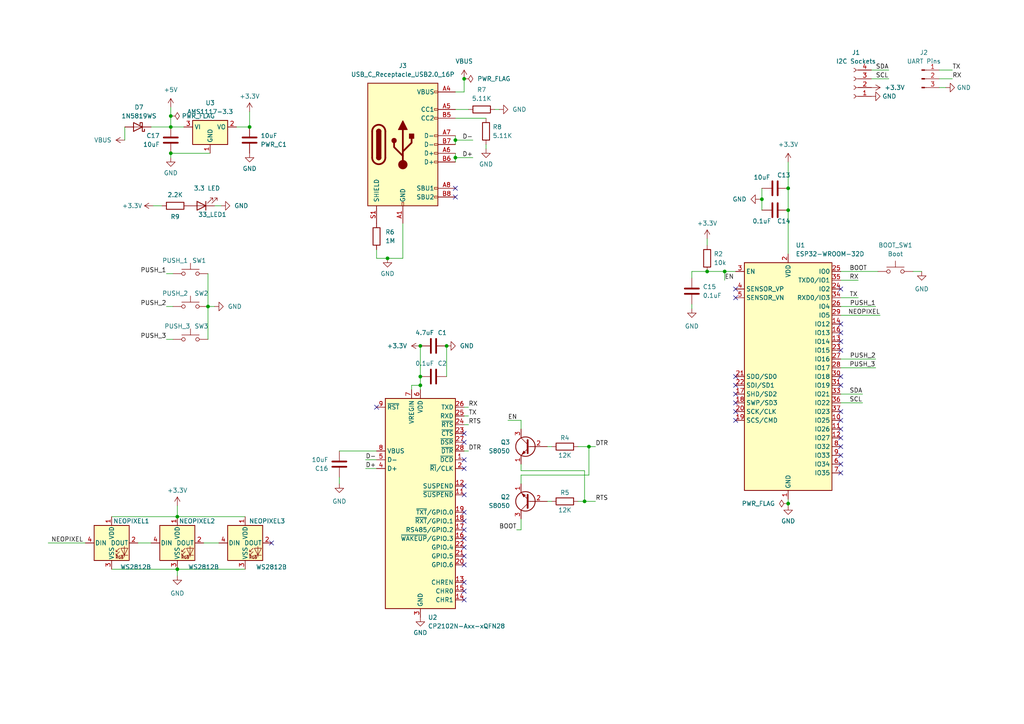
<source format=kicad_sch>
(kicad_sch (version 20230121) (generator eeschema)
  (paper "A4")
  (lib_symbols
    (symbol "Connector:Conn_01x03_Pin" (pin_names (offset 1.016) hide)
      (property "Reference" "J" (at 0 5.08 0))
      (property "Value" "Conn_01x03_Pin" (at 0 -5.08 0))
      (symbol "Conn_01x03_Pin_1_1"
        (polyline (pts (xy 1.27 -2.54) (xy 0.8636 -2.54)) (stroke (width 0.1524)))
        (polyline (pts (xy 1.27 0) (xy 0.8636 0)) (stroke (width 0.1524)))
        (polyline (pts (xy 1.27 2.54) (xy 0.8636 2.54)) (stroke (width 0.1524)))
        (rectangle (start 0.8636 -2.413) (end 0 -2.667) (stroke (width 0.1524)) (fill (type outline)))
        (rectangle (start 0.8636 0.127) (end 0 -0.127) (stroke (width 0.1524)) (fill (type outline)))
        (rectangle (start 0.8636 2.667) (end 0 2.413) (stroke (width 0.1524)) (fill (type outline)))
        (pin passive line (at 5.08 2.54 180) (length 3.81) (name "Pin_1") (number "1"))
        (pin passive line (at 5.08 0 180) (length 3.81) (name "Pin_2") (number "2"))
        (pin passive line (at 5.08 -2.54 180) (length 3.81) (name "Pin_3") (number "3"))
      )
    )
    (symbol "Connector:Conn_01x04_Socket" (pin_names (offset 1.016) hide)
      (property "Reference" "J" (at 0 5.08 0))
      (property "Value" "Conn_01x04_Socket" (at 0 -7.62 0))
      (symbol "Conn_01x04_Socket_1_1"
        (arc (start 0 -4.572) (mid -0.5058 -5.08) (end 0 -5.588) (stroke (width 0.1524)))
        (arc (start 0 -2.032) (mid -0.5058 -2.54) (end 0 -3.048) (stroke (width 0.1524)))
        (polyline (pts (xy -1.27 -5.08) (xy -0.508 -5.08)) (stroke (width 0.1524)))
        (polyline (pts (xy -1.27 -2.54) (xy -0.508 -2.54)) (stroke (width 0.1524)))
        (polyline (pts (xy -1.27 0) (xy -0.508 0)) (stroke (width 0.1524)))
        (polyline (pts (xy -1.27 2.54) (xy -0.508 2.54)) (stroke (width 0.1524)))
        (arc (start 0 0.508) (mid -0.5058 0) (end 0 -0.508) (stroke (width 0.1524)))
        (arc (start 0 3.048) (mid -0.5058 2.54) (end 0 2.032) (stroke (width 0.1524)))
        (pin passive line (at -5.08 2.54 0) (length 3.81) (name "Pin_1") (number "1"))
        (pin passive line (at -5.08 0 0) (length 3.81) (name "Pin_2") (number "2"))
        (pin passive line (at -5.08 -2.54 0) (length 3.81) (name "Pin_3") (number "3"))
        (pin passive line (at -5.08 -5.08 0) (length 3.81) (name "Pin_4") (number "4"))
      )
    )
    (symbol "Connector:USB_C_Receptacle_USB2.0_16P" (pin_names (offset 1.016))
      (property "Reference" "J" (at 0 22.225 0))
      (property "Value" "USB_C_Receptacle_USB2.0_16P" (at 0 19.685 0))
      (symbol "USB_C_Receptacle_USB2.0_16P_0_0"
        (rectangle (start -0.254 -17.78) (end 0.254 -16.764))
        (rectangle (start 10.16 -14.986) (end 9.144 -15.494))
        (rectangle (start 10.16 -12.446) (end 9.144 -12.954))
        (rectangle (start 10.16 -4.826) (end 9.144 -5.334))
        (rectangle (start 10.16 -2.286) (end 9.144 -2.794))
        (rectangle (start 10.16 0.254) (end 9.144 -0.254))
        (rectangle (start 10.16 2.794) (end 9.144 2.286))
        (rectangle (start 10.16 7.874) (end 9.144 7.366))
        (rectangle (start 10.16 10.414) (end 9.144 9.906))
        (rectangle (start 10.16 15.494) (end 9.144 14.986))
      )
      (symbol "USB_C_Receptacle_USB2.0_16P_0_1"
        (rectangle (start -10.16 17.78) (end 10.16 -17.78) (stroke (width 0.254)) (fill (type background)))
        (arc (start -8.89 -3.81) (mid -6.985 -5.7067) (end -5.08 -3.81) (stroke (width 0.508)))
        (arc (start -7.62 -3.81) (mid -6.985 -4.4423) (end -6.35 -3.81) (stroke (width 0.254)))
        (arc (start -7.62 -3.81) (mid -6.985 -4.4423) (end -6.35 -3.81) (stroke (width 0.254)) (fill (type outline)))
        (rectangle (start -7.62 -3.81) (end -6.35 3.81) (stroke (width 0.254)) (fill (type outline)))
        (arc (start -6.35 3.81) (mid -6.985 4.4423) (end -7.62 3.81) (stroke (width 0.254)))
        (arc (start -6.35 3.81) (mid -6.985 4.4423) (end -7.62 3.81) (stroke (width 0.254)) (fill (type outline)))
        (arc (start -5.08 3.81) (mid -6.985 5.7067) (end -8.89 3.81) (stroke (width 0.508)))
        (circle (center -2.54 1.143) (radius 0.635) (stroke (width 0.254)) (fill (type outline)))
        (circle (center 0 -5.842) (radius 1.27) (fill (type outline)))
        (polyline (pts (xy -8.89 -3.81) (xy -8.89 3.81)) (stroke (width 0.508)))
        (polyline (pts (xy -5.08 3.81) (xy -5.08 -3.81)) (stroke (width 0.508)))
        (polyline (pts (xy 0 -5.842) (xy 0 4.318)) (stroke (width 0.508)))
        (polyline (pts (xy 0 -3.302) (xy -2.54 -0.762) (xy -2.54 0.508)) (stroke (width 0.508)))
        (polyline (pts (xy 0 -2.032) (xy 2.54 0.508) (xy 2.54 1.778)) (stroke (width 0.508)))
        (polyline (pts (xy -1.27 4.318) (xy 0 6.858) (xy 1.27 4.318) (xy -1.27 4.318)) (stroke (width 0.254)) (fill (type outline)))
        (rectangle (start 1.905 1.778) (end 3.175 3.048) (stroke (width 0.254)) (fill (type outline)))
      )
      (symbol "USB_C_Receptacle_USB2.0_16P_1_1"
        (pin passive line (at 0 -22.86 90) (length 5.08) (name "GND") (number "A1"))
        (pin passive line (at 0 -22.86 90) (length 5.08) hide (name "GND") (number "A12"))
        (pin passive line (at 15.24 15.24 180) (length 5.08) (name "VBUS") (number "A4"))
        (pin bidirectional line (at 15.24 10.16 180) (length 5.08) (name "CC1") (number "A5"))
        (pin bidirectional line (at 15.24 -2.54 180) (length 5.08) (name "D+") (number "A6"))
        (pin bidirectional line (at 15.24 2.54 180) (length 5.08) (name "D-") (number "A7"))
        (pin bidirectional line (at 15.24 -12.7 180) (length 5.08) (name "SBU1") (number "A8"))
        (pin passive line (at 15.24 15.24 180) (length 5.08) hide (name "VBUS") (number "A9"))
        (pin passive line (at 0 -22.86 90) (length 5.08) hide (name "GND") (number "B1"))
        (pin passive line (at 0 -22.86 90) (length 5.08) hide (name "GND") (number "B12"))
        (pin passive line (at 15.24 15.24 180) (length 5.08) hide (name "VBUS") (number "B4"))
        (pin bidirectional line (at 15.24 7.62 180) (length 5.08) (name "CC2") (number "B5"))
        (pin bidirectional line (at 15.24 -5.08 180) (length 5.08) (name "D+") (number "B6"))
        (pin bidirectional line (at 15.24 0 180) (length 5.08) (name "D-") (number "B7"))
        (pin bidirectional line (at 15.24 -15.24 180) (length 5.08) (name "SBU2") (number "B8"))
        (pin passive line (at 15.24 15.24 180) (length 5.08) hide (name "VBUS") (number "B9"))
        (pin passive line (at -7.62 -22.86 90) (length 5.08) (name "SHIELD") (number "S1"))
      )
    )
    (symbol "Device:C" (pin_numbers hide) (pin_names (offset 0.254))
      (property "Reference" "C" (at 0.635 2.54 0))
      (property "Value" "C" (at 0.635 -2.54 0))
      (symbol "C_0_1"
        (polyline (pts (xy -2.032 -0.762) (xy 2.032 -0.762)) (stroke (width 0.508)))
        (polyline (pts (xy -2.032 0.762) (xy 2.032 0.762)) (stroke (width 0.508)))
      )
      (symbol "C_1_1"
        (pin passive line (at 0 3.81 270) (length 2.794) (name "~") (number "1"))
        (pin passive line (at 0 -3.81 90) (length 2.794) (name "~") (number "2"))
      )
    )
    (symbol "Device:LED" (pin_numbers hide) (pin_names (offset 1.016) hide)
      (property "Reference" "D" (at 0 2.54 0))
      (property "Value" "LED" (at 0 -2.54 0))
      (symbol "LED_0_1"
        (polyline (pts (xy -1.27 -1.27) (xy -1.27 1.27)) (stroke (width 0.254)))
        (polyline (pts (xy -1.27 0) (xy 1.27 0)))
        (polyline (pts (xy 1.27 -1.27) (xy 1.27 1.27) (xy -1.27 0) (xy 1.27 -1.27)) (stroke (width 0.254)))
        (polyline (pts (xy -3.048 -0.762) (xy -4.572 -2.286) (xy -3.81 -2.286) (xy -4.572 -2.286) (xy -4.572 -1.524)))
        (polyline (pts (xy -1.778 -0.762) (xy -3.302 -2.286) (xy -2.54 -2.286) (xy -3.302 -2.286) (xy -3.302 -1.524)))
      )
      (symbol "LED_1_1"
        (pin passive line (at -3.81 0 0) (length 2.54) (name "K") (number "1"))
        (pin passive line (at 3.81 0 180) (length 2.54) (name "A") (number "2"))
      )
    )
    (symbol "Device:R" (pin_numbers hide) (pin_names (offset 0))
      (property "Reference" "R" (at 2.032 0 90))
      (property "Value" "R" (at 0 0 90))
      (symbol "R_0_1"
        (rectangle (start -1.016 -2.54) (end 1.016 2.54) (stroke (width 0.254)))
      )
      (symbol "R_1_1"
        (pin passive line (at 0 3.81 270) (length 1.27) (name "~") (number "1"))
        (pin passive line (at 0 -3.81 90) (length 1.27) (name "~") (number "2"))
      )
    )
    (symbol "Diode:1N5819WS" (pin_numbers hide) (pin_names (offset 1.016) hide)
      (property "Reference" "D" (at 0 2.54 0))
      (property "Value" "1N5819WS" (at 0 -2.54 0))
      (symbol "1N5819WS_0_1"
        (polyline (pts (xy 1.27 0) (xy -1.27 0)))
        (polyline (pts (xy 1.27 1.27) (xy 1.27 -1.27) (xy -1.27 0) (xy 1.27 1.27)) (stroke (width 0.254)))
        (polyline (pts (xy -1.905 0.635) (xy -1.905 1.27) (xy -1.27 1.27) (xy -1.27 -1.27) (xy -0.635 -1.27) (xy -0.635 -0.635)) (stroke (width 0.254)))
      )
      (symbol "1N5819WS_1_1"
        (pin passive line (at -3.81 0 0) (length 2.54) (name "K") (number "1"))
        (pin passive line (at 3.81 0 180) (length 2.54) (name "A") (number "2"))
      )
    )
    (symbol "Interface_USB:CP2102N-Axx-xQFN28"
      (property "Reference" "U" (at -8.89 31.75 0))
      (property "Value" "CP2102N-Axx-xQFN28" (at 12.7 31.75 0))
      (symbol "CP2102N-Axx-xQFN28_0_1"
        (rectangle (start -10.16 30.48) (end 10.16 -30.48) (stroke (width 0.254)) (fill (type background)))
      )
      (symbol "CP2102N-Axx-xQFN28_1_1"
        (pin input line (at 12.7 12.7 180) (length 2.54) (name "~{DCD}") (number "1"))
        (pin no_connect line (at -10.16 -27.94 0) (length 2.54) hide (name "NC") (number "10"))
        (pin output line (at 12.7 2.54 180) (length 2.54) (name "~{SUSPEND}") (number "11"))
        (pin output line (at 12.7 5.08 180) (length 2.54) (name "SUSPEND") (number "12"))
        (pin output line (at 12.7 -22.86 180) (length 2.54) (name "CHREN") (number "13"))
        (pin output line (at 12.7 -27.94 180) (length 2.54) (name "CHR1") (number "14"))
        (pin output line (at 12.7 -25.4 180) (length 2.54) (name "CHR0") (number "15"))
        (pin bidirectional line (at 12.7 -10.16 180) (length 2.54) (name "~{WAKEUP}/GPIO.3") (number "16"))
        (pin bidirectional line (at 12.7 -7.62 180) (length 2.54) (name "RS485/GPIO.2") (number "17"))
        (pin bidirectional line (at 12.7 -5.08 180) (length 2.54) (name "~{RXT}/GPIO.1") (number "18"))
        (pin bidirectional line (at 12.7 -2.54 180) (length 2.54) (name "~{TXT}/GPIO.0") (number "19"))
        (pin bidirectional line (at 12.7 10.16 180) (length 2.54) (name "~{RI}/CLK") (number "2"))
        (pin bidirectional line (at 12.7 -17.78 180) (length 2.54) (name "GPIO.6") (number "20"))
        (pin bidirectional line (at 12.7 -15.24 180) (length 2.54) (name "GPIO.5") (number "21"))
        (pin bidirectional line (at 12.7 -12.7 180) (length 2.54) (name "GPIO.4") (number "22"))
        (pin input line (at 12.7 20.32 180) (length 2.54) (name "~{CTS}") (number "23"))
        (pin output line (at 12.7 22.86 180) (length 2.54) (name "~{RTS}") (number "24"))
        (pin input line (at 12.7 25.4 180) (length 2.54) (name "RXD") (number "25"))
        (pin output line (at 12.7 27.94 180) (length 2.54) (name "TXD") (number "26"))
        (pin input line (at 12.7 17.78 180) (length 2.54) (name "~{DSR}") (number "27"))
        (pin output line (at 12.7 15.24 180) (length 2.54) (name "~{DTR}") (number "28"))
        (pin passive line (at 0 -33.02 90) (length 2.54) hide (name "GND") (number "29"))
        (pin power_in line (at 0 -33.02 90) (length 2.54) (name "GND") (number "3"))
        (pin bidirectional line (at -12.7 10.16 0) (length 2.54) (name "D+") (number "4"))
        (pin bidirectional line (at -12.7 12.7 0) (length 2.54) (name "D-") (number "5"))
        (pin power_in line (at 0 33.02 270) (length 2.54) (name "VDD") (number "6"))
        (pin power_in line (at -2.54 33.02 270) (length 2.54) (name "VREGIN") (number "7"))
        (pin input line (at -12.7 15.24 0) (length 2.54) (name "VBUS") (number "8"))
        (pin input line (at -12.7 27.94 0) (length 2.54) (name "~{RST}") (number "9"))
      )
    )
    (symbol "LED:WS2812B" (pin_names (offset 0.254))
      (property "Reference" "D" (at 5.08 5.715 0))
      (property "Value" "WS2812B" (at 1.27 -5.715 0))
      (symbol "WS2812B_0_0"
        (text "RGB" (at 2.286 -4.191 0) (effects (font (size 0.762 0.762))))
      )
      (symbol "WS2812B_0_1"
        (polyline (pts (xy 1.27 -3.556) (xy 1.778 -3.556)))
        (polyline (pts (xy 1.27 -2.54) (xy 1.778 -2.54)))
        (polyline (pts (xy 4.699 -3.556) (xy 2.667 -3.556)))
        (polyline (pts (xy 2.286 -2.54) (xy 1.27 -3.556) (xy 1.27 -3.048)))
        (polyline (pts (xy 2.286 -1.524) (xy 1.27 -2.54) (xy 1.27 -2.032)))
        (polyline (pts (xy 3.683 -1.016) (xy 3.683 -3.556) (xy 3.683 -4.064)))
        (polyline (pts (xy 4.699 -1.524) (xy 2.667 -1.524) (xy 3.683 -3.556) (xy 4.699 -1.524)))
        (rectangle (start 5.08 5.08) (end -5.08 -5.08) (stroke (width 0.254)) (fill (type background)))
      )
      (symbol "WS2812B_1_1"
        (pin power_in line (at 0 7.62 270) (length 2.54) (name "VDD") (number "1"))
        (pin output line (at 7.62 0 180) (length 2.54) (name "DOUT") (number "2"))
        (pin power_in line (at 0 -7.62 90) (length 2.54) (name "VSS") (number "3"))
        (pin input line (at -7.62 0 0) (length 2.54) (name "DIN") (number "4"))
      )
    )
    (symbol "RF_Module:ESP32-WROOM-32D"
      (property "Reference" "U" (at -12.7 34.29 0))
      (property "Value" "ESP32-WROOM-32D" (at 1.27 34.29 0))
      (symbol "ESP32-WROOM-32D_0_1"
        (rectangle (start -12.7 33.02) (end 12.7 -33.02) (stroke (width 0.254)) (fill (type background)))
      )
      (symbol "ESP32-WROOM-32D_1_1"
        (pin power_in line (at 0 -35.56 90) (length 2.54) (name "GND") (number "1"))
        (pin bidirectional line (at 15.24 -12.7 180) (length 2.54) (name "IO25") (number "10"))
        (pin bidirectional line (at 15.24 -15.24 180) (length 2.54) (name "IO26") (number "11"))
        (pin bidirectional line (at 15.24 -17.78 180) (length 2.54) (name "IO27") (number "12"))
        (pin bidirectional line (at 15.24 10.16 180) (length 2.54) (name "IO14") (number "13"))
        (pin bidirectional line (at 15.24 15.24 180) (length 2.54) (name "IO12") (number "14"))
        (pin passive line (at 0 -35.56 90) (length 2.54) hide (name "GND") (number "15"))
        (pin bidirectional line (at 15.24 12.7 180) (length 2.54) (name "IO13") (number "16"))
        (pin bidirectional line (at -15.24 -5.08 0) (length 2.54) (name "SHD/SD2") (number "17"))
        (pin bidirectional line (at -15.24 -7.62 0) (length 2.54) (name "SWP/SD3") (number "18"))
        (pin bidirectional line (at -15.24 -12.7 0) (length 2.54) (name "SCS/CMD") (number "19"))
        (pin power_in line (at 0 35.56 270) (length 2.54) (name "VDD") (number "2"))
        (pin bidirectional line (at -15.24 -10.16 0) (length 2.54) (name "SCK/CLK") (number "20"))
        (pin bidirectional line (at -15.24 0 0) (length 2.54) (name "SDO/SD0") (number "21"))
        (pin bidirectional line (at -15.24 -2.54 0) (length 2.54) (name "SDI/SD1") (number "22"))
        (pin bidirectional line (at 15.24 7.62 180) (length 2.54) (name "IO15") (number "23"))
        (pin bidirectional line (at 15.24 25.4 180) (length 2.54) (name "IO2") (number "24"))
        (pin bidirectional line (at 15.24 30.48 180) (length 2.54) (name "IO0") (number "25"))
        (pin bidirectional line (at 15.24 20.32 180) (length 2.54) (name "IO4") (number "26"))
        (pin bidirectional line (at 15.24 5.08 180) (length 2.54) (name "IO16") (number "27"))
        (pin bidirectional line (at 15.24 2.54 180) (length 2.54) (name "IO17") (number "28"))
        (pin bidirectional line (at 15.24 17.78 180) (length 2.54) (name "IO5") (number "29"))
        (pin input line (at -15.24 30.48 0) (length 2.54) (name "EN") (number "3"))
        (pin bidirectional line (at 15.24 0 180) (length 2.54) (name "IO18") (number "30"))
        (pin bidirectional line (at 15.24 -2.54 180) (length 2.54) (name "IO19") (number "31"))
        (pin no_connect line (at -12.7 -27.94 0) (length 2.54) hide (name "NC") (number "32"))
        (pin bidirectional line (at 15.24 -5.08 180) (length 2.54) (name "IO21") (number "33"))
        (pin bidirectional line (at 15.24 22.86 180) (length 2.54) (name "RXD0/IO3") (number "34"))
        (pin bidirectional line (at 15.24 27.94 180) (length 2.54) (name "TXD0/IO1") (number "35"))
        (pin bidirectional line (at 15.24 -7.62 180) (length 2.54) (name "IO22") (number "36"))
        (pin bidirectional line (at 15.24 -10.16 180) (length 2.54) (name "IO23") (number "37"))
        (pin passive line (at 0 -35.56 90) (length 2.54) hide (name "GND") (number "38"))
        (pin passive line (at 0 -35.56 90) (length 2.54) hide (name "GND") (number "39"))
        (pin input line (at -15.24 25.4 0) (length 2.54) (name "SENSOR_VP") (number "4"))
        (pin input line (at -15.24 22.86 0) (length 2.54) (name "SENSOR_VN") (number "5"))
        (pin input line (at 15.24 -25.4 180) (length 2.54) (name "IO34") (number "6"))
        (pin input line (at 15.24 -27.94 180) (length 2.54) (name "IO35") (number "7"))
        (pin bidirectional line (at 15.24 -20.32 180) (length 2.54) (name "IO32") (number "8"))
        (pin bidirectional line (at 15.24 -22.86 180) (length 2.54) (name "IO33") (number "9"))
      )
    )
    (symbol "Regulator_Linear:AMS1117-3.3"
      (property "Reference" "U" (at -3.81 3.175 0))
      (property "Value" "AMS1117-3.3" (at 0 3.175 0))
      (symbol "AMS1117-3.3_0_1"
        (rectangle (start -5.08 -5.08) (end 5.08 1.905) (stroke (width 0.254)) (fill (type background)))
      )
      (symbol "AMS1117-3.3_1_1"
        (pin power_in line (at 0 -7.62 90) (length 2.54) (name "GND") (number "1"))
        (pin power_out line (at 7.62 0 180) (length 2.54) (name "VO") (number "2"))
        (pin power_in line (at -7.62 0 0) (length 2.54) (name "VI") (number "3"))
      )
    )
    (symbol "Switch:SW_Push" (pin_numbers hide) (pin_names (offset 1.016) hide)
      (property "Reference" "SW" (at 1.27 2.54 0))
      (property "Value" "SW_Push" (at 0 -1.524 0))
      (symbol "SW_Push_0_1"
        (circle (center -2.032 0) (radius 0.508))
        (polyline (pts (xy 0 1.27) (xy 0 3.048)))
        (polyline (pts (xy 2.54 1.27) (xy -2.54 1.27)))
        (circle (center 2.032 0) (radius 0.508))
        (pin passive line (at -5.08 0 0) (length 2.54) (name "1") (number "1"))
        (pin passive line (at 5.08 0 180) (length 2.54) (name "2") (number "2"))
      )
    )
    (symbol "Transistor_BJT:S8050" (pin_names (offset 0) hide)
      (property "Reference" "Q" (at 5.08 1.905 0))
      (property "Value" "S8050" (at 5.08 0 0))
      (symbol "S8050_0_1"
        (polyline (pts (xy 0 0) (xy 0.635 0)))
        (polyline (pts (xy 0.635 0.635) (xy 2.54 2.54)))
        (polyline (pts (xy 0.635 -0.635) (xy 2.54 -2.54) (xy 2.54 -2.54)))
        (polyline (pts (xy 0.635 1.905) (xy 0.635 -1.905) (xy 0.635 -1.905)) (stroke (width 0.508)))
        (polyline (pts (xy 1.27 -1.778) (xy 1.778 -1.27) (xy 2.286 -2.286) (xy 1.27 -1.778) (xy 1.27 -1.778)) (fill (type outline)))
        (circle (center 1.27 0) (radius 2.8194) (stroke (width 0.254)))
      )
      (symbol "S8050_1_1"
        (pin passive line (at 2.54 -5.08 90) (length 2.54) (name "E") (number "1"))
        (pin input line (at -5.08 0 0) (length 5.08) (name "B") (number "2"))
        (pin passive line (at 2.54 5.08 270) (length 2.54) (name "C") (number "3"))
      )
    )
    (symbol "power:+3.3V" (power) (pin_names (offset 0))
      (property "Value" "+3.3V" (at 0 3.556 0))
      (symbol "+3.3V_0_1"
        (polyline (pts (xy -0.762 1.27) (xy 0 2.54)))
        (polyline (pts (xy 0 0) (xy 0 2.54)))
        (polyline (pts (xy 0 2.54) (xy 0.762 1.27)))
      )
      (symbol "+3.3V_1_1"
        (pin power_in line (at 0 0 90) (length 0) hide (name "+3.3V") (number "1"))
      )
    )
    (symbol "power:+5V" (power) (pin_names (offset 0))
      (property "Value" "+5V" (at 0 3.556 0))
      (symbol "+5V_0_1"
        (polyline (pts (xy -0.762 1.27) (xy 0 2.54)))
        (polyline (pts (xy 0 0) (xy 0 2.54)))
        (polyline (pts (xy 0 2.54) (xy 0.762 1.27)))
      )
      (symbol "+5V_1_1"
        (pin power_in line (at 0 0 90) (length 0) hide (name "+5V") (number "1"))
      )
    )
    (symbol "power:GND" (power) (pin_names (offset 0))
      (property "Value" "GND" (at 0 -3.81 0))
      (symbol "GND_0_1"
        (polyline (pts (xy 0 0) (xy 0 -1.27) (xy 1.27 -1.27) (xy 0 -2.54) (xy -1.27 -1.27) (xy 0 -1.27)))
      )
      (symbol "GND_1_1"
        (pin power_in line (at 0 0 270) (length 0) hide (name "GND") (number "1"))
      )
    )
    (symbol "power:PWR_FLAG" (power) (pin_numbers hide) (pin_names (offset 0) hide)
      (property "Value" "PWR_FLAG" (at 0 3.81 0))
      (symbol "PWR_FLAG_0_0"
        (pin power_out line (at 0 0 90) (length 0) (name "pwr") (number "1"))
      )
      (symbol "PWR_FLAG_0_1"
        (polyline (pts (xy 0 0) (xy 0 1.27) (xy -1.016 1.905) (xy 0 2.54) (xy 1.016 1.905) (xy 0 1.27)))
      )
    )
    (symbol "power:VBUS" (power) (pin_names (offset 0))
      (property "Value" "VBUS" (at 0 3.81 0))
      (symbol "VBUS_0_1"
        (polyline (pts (xy -0.762 1.27) (xy 0 2.54)))
        (polyline (pts (xy 0 0) (xy 0 2.54)))
        (polyline (pts (xy 0 2.54) (xy 0.762 1.27)))
      )
      (symbol "VBUS_1_1"
        (pin power_in line (at 0 0 90) (length 0) hide (name "VBUS") (number "1"))
      )
    )
  )
  (junction (at 132.08 40.64))
  (junction (at 51.435 165.1))
  (junction (at 220.98 57.785))
  (junction (at 121.92 111.76))
  (junction (at 170.815 129.54))
  (junction (at 169.545 145.415))
  (junction (at 51.435 149.86))
  (junction (at 49.53 33.655))
  (junction (at 72.39 36.83))
  (junction (at 205.105 78.74))
  (junction (at 210.185 78.74))
  (junction (at 121.92 109.22))
  (junction (at 228.6 60.96))
  (junction (at 60.325 88.9))
  (junction (at 132.08 45.72))
  (junction (at 228.6 54.61))
  (junction (at 49.53 36.83))
  (junction (at 228.6 146.05))
  (junction (at 121.92 100.33))
  (junction (at 49.53 44.45))
  (junction (at 129.54 100.33))
  (junction (at 134.62 22.86))
  (junction (at 112.395 74.93))
  (no_connect (at 243.84 109.22))
  (no_connect (at 134.62 156.21))
  (no_connect (at 134.62 173.99))
  (no_connect (at 243.84 132.08))
  (no_connect (at 134.62 168.91))
  (no_connect (at 213.36 83.82))
  (no_connect (at 134.62 128.27))
  (no_connect (at 134.62 153.67))
  (no_connect (at 213.36 114.3))
  (no_connect (at 134.62 125.73))
  (no_connect (at 134.62 161.29))
  (no_connect (at 134.62 143.51))
  (no_connect (at 243.84 124.46))
  (no_connect (at 134.62 148.59))
  (no_connect (at 243.84 137.16))
  (no_connect (at 243.84 129.54))
  (no_connect (at 243.84 101.6))
  (no_connect (at 134.62 140.97))
  (no_connect (at 243.84 99.06))
  (no_connect (at 134.62 151.13))
  (no_connect (at 134.62 158.75))
  (no_connect (at 243.84 119.38))
  (no_connect (at 109.22 118.11))
  (no_connect (at 243.84 127))
  (no_connect (at 213.36 121.92))
  (no_connect (at 134.62 163.83))
  (no_connect (at 243.84 83.82))
  (no_connect (at 243.84 93.98))
  (no_connect (at 134.62 135.89))
  (no_connect (at 132.08 57.15))
  (no_connect (at 134.62 171.45))
  (no_connect (at 243.84 134.62))
  (no_connect (at 213.36 116.84))
  (no_connect (at 243.84 121.92))
  (no_connect (at 213.36 111.76))
  (no_connect (at 213.36 109.22))
  (no_connect (at 243.84 111.76))
  (no_connect (at 78.74 157.48))
  (no_connect (at 132.08 54.61))
  (no_connect (at 213.36 119.38))
  (no_connect (at 134.62 133.35))
  (no_connect (at 243.84 96.52))
  (no_connect (at 213.36 86.36))
  (wire (pts (xy 109.22 72.39) (xy 109.22 74.93)))
  (wire (pts (xy 228.6 46.99) (xy 228.6 54.61)))
  (wire (pts (xy 147.32 121.92) (xy 151.13 121.92)))
  (wire (pts (xy 200.66 78.74) (xy 200.66 80.645)))
  (wire (pts (xy 272.415 25.4) (xy 274.32 25.4)))
  (wire (pts (xy 220.98 54.61) (xy 220.98 57.785)))
  (wire (pts (xy 121.92 111.76) (xy 121.92 113.03)))
  (wire (pts (xy 243.84 106.68) (xy 254 106.68)))
  (wire (pts (xy 134.62 120.65) (xy 135.89 120.65)))
  (wire (pts (xy 51.435 149.86) (xy 71.12 149.86)))
  (wire (pts (xy 106.045 133.35) (xy 109.22 133.35)))
  (wire (pts (xy 59.055 157.48) (xy 63.5 157.48)))
  (wire (pts (xy 228.6 54.61) (xy 228.6 60.96)))
  (wire (pts (xy 228.6 146.05) (xy 228.6 146.685)))
  (wire (pts (xy 119.38 113.03) (xy 119.38 111.76)))
  (wire (pts (xy 151.13 121.92) (xy 151.13 124.46)))
  (wire (pts (xy 98.425 130.81) (xy 109.22 130.81)))
  (wire (pts (xy 205.105 78.74) (xy 210.185 78.74)))
  (wire (pts (xy 44.45 59.69) (xy 46.99 59.69)))
  (wire (pts (xy 272.415 20.32) (xy 276.225 20.32)))
  (wire (pts (xy 169.545 145.415) (xy 172.72 145.415)))
  (wire (pts (xy 264.795 78.74) (xy 267.335 78.74)))
  (wire (pts (xy 243.84 116.84) (xy 250.19 116.84)))
  (wire (pts (xy 121.92 100.33) (xy 121.92 109.22)))
  (wire (pts (xy 140.97 41.91) (xy 140.97 43.18)))
  (wire (pts (xy 106.045 135.89) (xy 109.22 135.89)))
  (wire (pts (xy 132.08 39.37) (xy 132.08 40.64)))
  (wire (pts (xy 200.66 88.265) (xy 200.66 89.535)))
  (wire (pts (xy 134.62 123.19) (xy 135.89 123.19)))
  (wire (pts (xy 60.325 88.9) (xy 60.325 98.425)))
  (wire (pts (xy 119.38 111.76) (xy 121.92 111.76)))
  (wire (pts (xy 116.84 74.93) (xy 112.395 74.93)))
  (wire (pts (xy 132.08 31.75) (xy 135.89 31.75)))
  (wire (pts (xy 109.22 74.93) (xy 112.395 74.93)))
  (wire (pts (xy 49.53 44.45) (xy 49.53 45.72)))
  (wire (pts (xy 132.08 40.64) (xy 137.16 40.64)))
  (wire (pts (xy 49.53 31.115) (xy 49.53 33.655)))
  (wire (pts (xy 132.08 40.64) (xy 132.08 41.91)))
  (wire (pts (xy 48.26 79.375) (xy 50.165 79.375)))
  (wire (pts (xy 170.815 137.795) (xy 170.815 129.54)))
  (wire (pts (xy 51.435 165.1) (xy 51.435 167.005)))
  (wire (pts (xy 220.345 57.785) (xy 220.98 57.785)))
  (wire (pts (xy 210.185 81.28) (xy 210.185 78.74)))
  (wire (pts (xy 32.385 149.86) (xy 51.435 149.86)))
  (wire (pts (xy 243.84 86.36) (xy 248.92 86.36)))
  (wire (pts (xy 220.98 57.785) (xy 220.98 60.96)))
  (wire (pts (xy 228.6 144.78) (xy 228.6 146.05)))
  (wire (pts (xy 243.84 81.28) (xy 248.92 81.28)))
  (wire (pts (xy 167.64 145.415) (xy 169.545 145.415)))
  (wire (pts (xy 49.53 44.45) (xy 60.96 44.45)))
  (wire (pts (xy 72.39 32.385) (xy 72.39 36.83)))
  (wire (pts (xy 151.13 137.795) (xy 151.13 140.335)))
  (wire (pts (xy 228.6 60.96) (xy 228.6 73.66)))
  (wire (pts (xy 40.005 157.48) (xy 43.815 157.48)))
  (wire (pts (xy 151.13 137.795) (xy 170.815 137.795)))
  (wire (pts (xy 132.08 45.72) (xy 132.08 46.99)))
  (wire (pts (xy 151.13 136.525) (xy 169.545 136.525)))
  (wire (pts (xy 132.08 45.72) (xy 137.16 45.72)))
  (wire (pts (xy 43.815 36.83) (xy 49.53 36.83)))
  (wire (pts (xy 36.195 36.83) (xy 36.195 40.64)))
  (wire (pts (xy 149.86 153.67) (xy 151.13 153.67)))
  (wire (pts (xy 151.13 153.67) (xy 151.13 150.495)))
  (wire (pts (xy 143.51 31.75) (xy 144.78 31.75)))
  (wire (pts (xy 116.84 64.77) (xy 116.84 74.93)))
  (wire (pts (xy 200.66 78.74) (xy 205.105 78.74)))
  (wire (pts (xy 49.53 33.655) (xy 49.53 36.83)))
  (wire (pts (xy 68.58 36.83) (xy 72.39 36.83)))
  (wire (pts (xy 132.08 26.67) (xy 134.62 26.67)))
  (wire (pts (xy 32.385 165.1) (xy 51.435 165.1)))
  (wire (pts (xy 243.84 104.14) (xy 254 104.14)))
  (wire (pts (xy 13.97 157.48) (xy 24.765 157.48)))
  (wire (pts (xy 167.64 129.54) (xy 170.815 129.54)))
  (wire (pts (xy 243.84 78.74) (xy 254.635 78.74)))
  (wire (pts (xy 210.185 78.74) (xy 213.36 78.74)))
  (wire (pts (xy 252.73 22.86) (xy 257.81 22.86)))
  (wire (pts (xy 48.26 98.425) (xy 50.165 98.425)))
  (wire (pts (xy 134.62 26.67) (xy 134.62 22.86)))
  (wire (pts (xy 132.08 44.45) (xy 132.08 45.72)))
  (wire (pts (xy 60.325 88.9) (xy 62.23 88.9)))
  (wire (pts (xy 51.435 146.685) (xy 51.435 149.86)))
  (wire (pts (xy 134.62 118.11) (xy 135.89 118.11)))
  (wire (pts (xy 132.08 34.29) (xy 140.97 34.29)))
  (wire (pts (xy 243.84 88.9) (xy 254 88.9)))
  (wire (pts (xy 169.545 136.525) (xy 169.545 145.415)))
  (wire (pts (xy 243.84 91.44) (xy 255.27 91.44)))
  (wire (pts (xy 129.54 100.33) (xy 129.54 109.22)))
  (wire (pts (xy 60.325 79.375) (xy 60.325 88.9)))
  (wire (pts (xy 151.13 136.525) (xy 151.13 134.62)))
  (wire (pts (xy 158.75 129.54) (xy 160.02 129.54)))
  (wire (pts (xy 62.23 59.69) (xy 64.135 59.69)))
  (wire (pts (xy 272.415 22.86) (xy 276.225 22.86)))
  (wire (pts (xy 51.435 165.1) (xy 71.12 165.1)))
  (wire (pts (xy 121.92 109.22) (xy 121.92 111.76)))
  (wire (pts (xy 98.425 138.43) (xy 98.425 140.335)))
  (wire (pts (xy 170.815 129.54) (xy 172.72 129.54)))
  (wire (pts (xy 158.75 145.415) (xy 160.02 145.415)))
  (wire (pts (xy 48.26 88.9) (xy 50.165 88.9)))
  (wire (pts (xy 243.84 114.3) (xy 250.19 114.3)))
  (wire (pts (xy 49.53 36.83) (xy 53.34 36.83)))
  (wire (pts (xy 252.73 20.32) (xy 257.81 20.32)))
  (wire (pts (xy 205.105 69.215) (xy 205.105 71.12)))
  (wire (pts (xy 134.62 130.81) (xy 135.89 130.81)))
  (label "NEOPIXEL" (at 24.13 157.48 180))
  (label "DTR" (at 172.72 129.54 0))
  (label "NEOPIXEL" (at 255.27 91.44 180))
  (label "SCL" (at 246.38 116.84 0))
  (label "TX" (at 135.89 120.65 0))
  (label "D-" (at 106.045 133.35 0))
  (label "PUSH_1" (at 48.26 79.375 180))
  (label "RX" (at 276.225 22.86 0))
  (label "RTS" (at 172.72 145.415 0))
  (label "PUSH_1" (at 254 88.9 180))
  (label "D-" (at 137.16 40.64 180))
  (label "RX" (at 135.89 118.11 0))
  (label "TX" (at 276.225 20.32 0))
  (label "PUSH_2" (at 254 104.14 180))
  (label "RX" (at 246.38 81.28 0))
  (label "EN" (at 210.185 81.28 0))
  (label "TX" (at 246.38 86.36 0))
  (label "EN" (at 147.32 121.92 0))
  (label "DTR" (at 135.89 130.81 0))
  (label "RTS" (at 135.89 123.19 0))
  (label "SDA" (at 246.38 114.3 0))
  (label "PUSH_2" (at 48.26 88.9 180))
  (label "PUSH_3" (at 246.38 106.68 0))
  (label "SDA" (at 254 20.32 0))
  (label "D+" (at 137.16 45.72 180))
  (label "SCL" (at 254 22.86 0))
  (label "PUSH_3" (at 48.26 98.425 180))
  (label "D+" (at 106.045 135.89 0))
  (label "BOOT" (at 246.38 78.74 0))
  (label "BOOT" (at 149.86 153.67 180))
  (symbol (lib_id "Connector:Conn_01x04_Socket") (at 247.65 25.4 180) (unit 1)
    (property "Reference" "J1" (at 248.285 15.24 0))
    (property "Value" "I2C Sockets" (at 248.285 17.78 0))
    (property "Footprint" "SSD1306:128x64OLED_No_Holes" (effects hide))
    (property "LCSC" "C2718488" (effects hide))
  )
  (symbol (lib_id "Device:C") (at 200.66 84.455 180) (unit 1)
    (property "Reference" "C15" (at 203.835 83.185 0) (effects (justify right)))
    (property "Value" "0.1uF" (at 203.835 85.725 0) (effects (justify right)))
    (property "Footprint" "Capacitor_SMD:C_0603_1608Metric" (effects hide))
    (property "LCSC" "C30926" (effects hide))
  )
  (symbol (lib_id "Device:R") (at 140.97 38.1 180) (unit 1)
    (property "Reference" "R8" (at 142.875 36.83 0) (effects (justify right)))
    (property "Value" "5.11K" (at 142.875 39.37 0) (effects (justify right)))
    (property "Footprint" "PCM_Resistor_SMD_AKL:R_0603_1608Metric" (effects hide))
  )
  (symbol (lib_id "power:+3.3V") (at 51.435 146.685 0) (unit 1)
    (property "Reference" "#PWR035" (effects hide))
    (property "Value" "+3.3V" (at 51.435 142.24 0))
  )
  (symbol (lib_id "power:GND") (at 220.345 57.785 270) (unit 1)
    (property "Reference" "#PWR08" (effects hide))
    (property "Value" "GND" (at 216.535 57.785 90) (effects (justify right)))
  )
  (symbol (lib_id "power:GND") (at 252.73 27.94 90) (unit 1)
    (property "Reference" "#PWR01" (effects hide))
    (property "Value" "GND" (at 255.905 27.94 90) (effects (justify right)))
  )
  (symbol (lib_id "LED:WS2812B") (at 51.435 157.48 0) (unit 1)
    (property "Reference" "NEOPIXEL2" (at 57.15 151.13 0))
    (property "Value" "WS2812B" (at 59.055 164.465 0))
    (property "Footprint" "LED_SMD:LED_WS2812B_PLCC4_5.0x5.0mm_P3.2mm" (effects hide))
    (property "Datasheet" "https://cdn-shop.adafruit.com/datasheets/WS2812B.pdf" (effects hide))
    (property "LCSC" "C2843785" (effects hide))
  )
  (symbol (lib_id "power:GND") (at 112.395 74.93 0) (unit 1)
    (property "Reference" "#PWR020" (effects hide))
    (property "Value" "GND" (at 112.395 79.375 0))
  )
  (symbol (lib_id "Device:C") (at 224.79 60.96 90) (unit 1)
    (property "Reference" "C14" (at 227.33 64.135 90))
    (property "Value" "0.1uF" (at 220.98 64.135 90))
    (property "Footprint" "Capacitor_SMD:C_0603_1608Metric" (effects hide))
    (property "LCSC" "C30926" (effects hide))
  )
  (symbol (lib_id "LED:WS2812B") (at 32.385 157.48 0) (unit 1)
    (property "Reference" "NEOPIXEL1" (at 38.1 151.13 0))
    (property "Value" "WS2812B" (at 39.37 164.465 0))
    (property "Footprint" "LED_SMD:LED_WS2812B_PLCC4_5.0x5.0mm_P3.2mm" (effects hide))
    (property "Datasheet" "https://cdn-shop.adafruit.com/datasheets/WS2812B.pdf" (effects hide))
    (property "LCSC" "C2843785" (effects hide))
  )
  (symbol (lib_id "Device:R") (at 163.83 129.54 90) (unit 1)
    (property "Reference" "R4" (at 163.83 127 90))
    (property "Value" "12K" (at 163.83 132.08 90))
    (property "Footprint" "PCM_Resistor_SMD_AKL:R_0603_1608Metric" (effects hide))
  )
  (symbol (lib_id "LED:WS2812B") (at 71.12 157.48 0) (unit 1)
    (property "Reference" "NEOPIXEL3" (at 77.47 151.13 0))
    (property "Value" "WS2812B" (at 78.74 164.465 0))
    (property "Footprint" "LED_SMD:LED_WS2812B_PLCC4_5.0x5.0mm_P3.2mm" (effects hide))
    (property "Datasheet" "https://cdn-shop.adafruit.com/datasheets/WS2812B.pdf" (effects hide))
    (property "LCSC" "C2843785" (effects hide))
  )
  (symbol (lib_id "power:GND") (at 49.53 45.72 0) (unit 1)
    (property "Reference" "#PWR023" (effects hide))
    (property "Value" "GND" (at 49.53 50.165 0))
  )
  (symbol (lib_id "Switch:SW_Push") (at 55.245 98.425 0) (unit 1)
    (property "Reference" "SW3" (at 58.42 94.615 0))
    (property "Value" "PUSH_3" (at 51.435 94.615 0))
    (property "Footprint" "Button_Switch_SMD:SW_Push_1P1T_NO_6x6mm_H9.5mm" (effects hide))
    (property "LCSC" "C455110" (effects hide))
  )
  (symbol (lib_id "power:GND") (at 200.66 89.535 0) (unit 1)
    (property "Reference" "#PWR09" (effects hide))
    (property "Value" "GND" (at 200.66 94.615 0))
  )
  (symbol (lib_id "power:GND") (at 98.425 140.335 0) (unit 1)
    (property "Reference" "#PWR019" (effects hide))
    (property "Value" "GND" (at 98.425 145.415 0))
  )
  (symbol (lib_id "Switch:SW_Push") (at 55.245 79.375 0) (unit 1)
    (property "Reference" "SW1" (at 57.785 75.565 0))
    (property "Value" "PUSH_1" (at 50.8 75.565 0))
    (property "Footprint" "Button_Switch_SMD:SW_Push_1P1T_NO_6x6mm_H9.5mm" (effects hide))
    (property "LCSC" "C455110" (effects hide))
  )
  (symbol (lib_id "Connector:Conn_01x03_Pin") (at 267.335 22.86 0) (unit 1)
    (property "Reference" "J2" (at 267.97 15.24 0))
    (property "Value" "UART Pins" (at 267.97 17.78 0))
    (property "Footprint" "Connector_PinHeader_2.54mm:PinHeader_1x03_P2.54mm_Vertical" (effects hide))
    (property "LCSC" "C49257" (effects hide))
  )
  (symbol (lib_id "power:GND") (at 144.78 31.75 90) (unit 1)
    (property "Reference" "#PWR021" (effects hide))
    (property "Value" "GND" (at 148.59 31.75 90) (effects (justify right)))
  )
  (symbol (lib_id "Device:R") (at 50.8 59.69 90) (unit 1)
    (property "Reference" "R9" (at 50.8 62.865 90))
    (property "Value" "2.2K" (at 50.8 56.515 90))
    (property "Footprint" "PCM_Resistor_SMD_AKL:R_0603_1608Metric" (effects hide))
  )
  (symbol (lib_id "Device:C") (at 49.53 40.64 0) (mirror x) (unit 1)
    (property "Reference" "C17" (at 46.355 39.37 0) (effects (justify right)))
    (property "Value" "10uF" (at 46.355 41.91 0) (effects (justify right)))
    (property "Footprint" "Capacitor_SMD:C_0603_1608Metric" (effects hide))
    (property "LCSC" "C77044" (effects hide))
  )
  (symbol (lib_id "Interface_USB:CP2102N-Axx-xQFN28") (at 121.92 146.05 0) (unit 1)
    (property "Reference" "U2" (at 124.1141 179.07 0) (effects (justify left)))
    (property "Value" "CP2102N-Axx-xQFN28" (at 124.1141 181.61 0) (effects (justify left)))
    (property "Footprint" "Package_DFN_QFN:QFN-28-1EP_5x5mm_P0.5mm_EP3.35x3.35mm" (effects hide))
    (property "Datasheet" "https://www.silabs.com/documents/public/data-sheets/cp2102n-datasheet.pdf" (effects hide))
    (property "LCSC" "C964632" (effects hide))
  )
  (symbol (lib_id "power:GND") (at 62.23 88.9 90) (unit 1)
    (property "Reference" "#PWR010" (effects hide))
    (property "Value" "GND" (at 66.04 88.9 90) (effects (justify right)))
  )
  (symbol (lib_id "power:GND") (at 121.92 179.07 0) (unit 1)
    (property "Reference" "#PWR030" (effects hide))
    (property "Value" "GND" (at 121.92 183.515 0))
  )
  (symbol (lib_id "Device:LED") (at 58.42 59.69 180) (unit 1)
    (property "Reference" "33_LED1" (at 61.595 62.23 0))
    (property "Value" "3.3 LED" (at 60.0075 54.61 0))
    (property "Footprint" "LED_SMD:LED_0603_1608Metric" (effects hide))
    (property "LCSC" "C965799" (effects hide))
  )
  (symbol (lib_id "power:PWR_FLAG") (at 228.6 146.05 90) (unit 1)
    (property "Reference" "#FLG01" (effects hide))
    (property "Value" "PWR_FLAG" (at 224.79 146.05 90) (effects (justify left)))
  )
  (symbol (lib_id "Device:R") (at 109.22 68.58 0) (unit 1)
    (property "Reference" "R6" (at 111.76 67.31 0) (effects (justify left)))
    (property "Value" "1M" (at 111.76 69.85 0) (effects (justify left)))
    (property "Footprint" "PCM_Resistor_SMD_AKL:R_0603_1608Metric" (effects hide))
  )
  (symbol (lib_id "power:GND") (at 129.54 100.33 90) (unit 1)
    (property "Reference" "#PWR04" (effects hide))
    (property "Value" "GND" (at 133.35 100.33 90) (effects (justify right)))
  )
  (symbol (lib_id "Transistor_BJT:S8050") (at 153.67 129.54 0) (mirror y) (unit 1)
    (property "Reference" "Q3" (at 147.955 128.27 0) (effects (justify left)))
    (property "Value" "S8050" (at 147.955 130.81 0) (effects (justify left)))
    (property "Footprint" "PCM_Package_TO_SOT_SMD_AKL:SOT-23" (effects hide))
    (property "Datasheet" "http://www.unisonic.com.tw/datasheet/S8050.pdf" (effects hide))
    (property "LCSC" "C916390" (effects hide))
  )
  (symbol (lib_id "power:GND") (at 140.97 43.18 0) (unit 1)
    (property "Reference" "#PWR022" (effects hide))
    (property "Value" "GND" (at 140.97 47.625 0))
  )
  (symbol (lib_id "Switch:SW_Push") (at 55.245 88.9 0) (unit 1)
    (property "Reference" "SW2" (at 58.42 85.09 0))
    (property "Value" "PUSH_2" (at 50.8 85.09 0))
    (property "Footprint" "Button_Switch_SMD:SW_Push_1P1T_NO_6x6mm_H9.5mm" (effects hide))
    (property "LCSC" "C455110" (effects hide))
  )
  (symbol (lib_id "power:GND") (at 274.32 25.4 90) (unit 1)
    (property "Reference" "#PWR05" (effects hide))
    (property "Value" "GND" (at 277.495 25.4 90) (effects (justify right)))
  )
  (symbol (lib_id "power:+3.3V") (at 252.73 25.4 270) (unit 1)
    (property "Reference" "#PWR02" (effects hide))
    (property "Value" "+3.3V" (at 256.54 25.4 90) (effects (justify left)))
  )
  (symbol (lib_id "Connector:USB_C_Receptacle_USB2.0_16P") (at 116.84 41.91 0) (unit 1)
    (property "Reference" "J3" (at 116.84 19.05 0))
    (property "Value" "USB_C_Receptacle_USB2.0_16P" (at 116.84 21.59 0))
    (property "Footprint" "Connector_USB:USB_C_Receptacle_XKB_U262-16XN-4BVC11" (effects hide))
    (property "Datasheet" "https://www.usb.org/sites/default/files/documents/usb_type-c.zip" (effects hide))
    (property "LCSC" "C319148" (effects hide))
  )
  (symbol (lib_id "power:VBUS") (at 134.62 22.86 0) (unit 1)
    (property "Reference" "#PWR033" (effects hide))
    (property "Value" "VBUS" (at 134.62 17.78 0))
  )
  (symbol (lib_id "Transistor_BJT:S8050") (at 153.67 145.415 180) (unit 1)
    (property "Reference" "Q2" (at 147.955 144.145 0) (effects (justify left)))
    (property "Value" "S8050" (at 147.955 146.685 0) (effects (justify left)))
    (property "Footprint" "PCM_Package_TO_SOT_SMD_AKL:SOT-23" (effects hide))
    (property "Datasheet" "http://www.unisonic.com.tw/datasheet/S8050.pdf" (effects hide))
    (property "LCSC" "C916390" (effects hide))
  )
  (symbol (lib_id "Device:C") (at 125.73 109.22 90) (unit 1)
    (property "Reference" "C2" (at 128.27 105.41 90))
    (property "Value" "0.1uF" (at 123.19 105.41 90))
    (property "Footprint" "Capacitor_SMD:C_0603_1608Metric" (effects hide))
    (property "LCSC" "C30926" (effects hide))
  )
  (symbol (lib_id "Device:C") (at 98.425 134.62 180) (unit 1)
    (property "Reference" "C16" (at 95.25 135.89 0) (effects (justify left)))
    (property "Value" "10uF" (at 95.25 133.35 0) (effects (justify left)))
    (property "Footprint" "Capacitor_SMD:C_0603_1608Metric" (effects hide))
    (property "LCSC" "C77044" (effects hide))
  )
  (symbol (lib_id "power:PWR_FLAG") (at 134.62 22.86 270) (unit 1)
    (property "Reference" "#FLG02" (effects hide))
    (property "Value" "PWR_FLAG" (at 138.43 22.86 90) (effects (justify left)))
  )
  (symbol (lib_id "power:GND") (at 228.6 146.685 0) (unit 1)
    (property "Reference" "#PWR06" (effects hide))
    (property "Value" "GND" (at 228.6 151.13 0))
  )
  (symbol (lib_id "Device:C") (at 224.79 54.61 90) (unit 1)
    (property "Reference" "C13" (at 227.33 50.8 90))
    (property "Value" "10uF" (at 220.98 51.435 90))
    (property "Footprint" "Capacitor_SMD:C_0603_1608Metric" (effects hide))
    (property "LCSC" "C77044" (effects hide))
  )
  (symbol (lib_id "power:GND") (at 51.435 167.005 0) (unit 1)
    (property "Reference" "#PWR011" (effects hide))
    (property "Value" "GND" (at 51.435 172.085 0))
  )
  (symbol (lib_id "power:+3.3V") (at 72.39 32.385 0) (unit 1)
    (property "Reference" "#PWR027" (effects hide))
    (property "Value" "+3.3V" (at 72.39 27.94 0))
  )
  (symbol (lib_id "power:PWR_FLAG") (at 49.53 33.655 270) (unit 1)
    (property "Reference" "#FLG03" (effects hide))
    (property "Value" "PWR_FLAG" (at 52.705 33.655 90) (effects (justify left)))
  )
  (symbol (lib_id "Device:C") (at 72.39 40.64 0) (mirror y) (unit 1)
    (property "Reference" "PWR_C1" (at 75.565 41.91 0) (effects (justify right)))
    (property "Value" "10uF" (at 75.565 39.37 0) (effects (justify right)))
    (property "Footprint" "Capacitor_SMD:C_0805_2012Metric" (effects hide))
    (property "LCSC" "C15850" (effects hide))
  )
  (symbol (lib_id "power:GND") (at 64.135 59.69 90) (unit 1)
    (property "Reference" "#PWR029" (effects hide))
    (property "Value" "GND" (at 67.945 59.69 90) (effects (justify right)))
  )
  (symbol (lib_id "power:GND") (at 267.335 78.74 0) (unit 1)
    (property "Reference" "#PWR07" (effects hide))
    (property "Value" "GND" (at 267.335 83.82 0))
  )
  (symbol (lib_id "Regulator_Linear:AMS1117-3.3") (at 60.96 36.83 0) (unit 1)
    (property "Reference" "U3" (at 60.96 29.845 0))
    (property "Value" "AMS1117-3.3" (at 60.96 32.385 0))
    (property "Footprint" "Package_TO_SOT_SMD:SOT-223-3_TabPin2" (effects hide))
    (property "Datasheet" "http://www.advanced-monolithic.com/pdf/ds1117.pdf" (effects hide))
    (property "LCSC" "C347222" (effects hide))
  )
  (symbol (lib_id "Device:R") (at 163.83 145.415 90) (unit 1)
    (property "Reference" "R5" (at 163.83 142.875 90))
    (property "Value" "12K" (at 163.83 147.955 90))
    (property "Footprint" "PCM_Resistor_SMD_AKL:R_0603_1608Metric" (effects hide))
  )
  (symbol (lib_id "Device:C") (at 125.73 100.33 90) (unit 1)
    (property "Reference" "C1" (at 128.27 96.52 90))
    (property "Value" "4.7uF" (at 123.19 96.52 90))
    (property "Footprint" "Capacitor_SMD:C_0603_1608Metric" (effects hide))
    (property "LCSC" "C455110" (effects hide))
  )
  (symbol (lib_id "Diode:1N5819WS") (at 40.005 36.83 180) (unit 1)
    (property "Reference" "D7" (at 40.3225 31.115 0))
    (property "Value" "1N5819WS" (at 40.3225 33.655 0))
    (property "Footprint" "Diode_SMD:D_SOD-323" (effects hide))
    (property "Datasheet" "https://datasheet.lcsc.com/lcsc/2204281430_Guangdong-Hottech-1N5819WS_C191023.pdf" (effects hide))
  )
  (symbol (lib_id "power:+5V") (at 49.53 31.115 0) (unit 1)
    (property "Reference" "#PWR026" (effects hide))
    (property "Value" "+5V" (at 49.53 26.035 0))
  )
  (symbol (lib_id "Device:R") (at 205.105 74.93 0) (unit 1)
    (property "Reference" "R2" (at 207.01 73.66 0) (effects (justify left)))
    (property "Value" "10k" (at 207.01 76.2 0) (effects (justify left)))
    (property "Footprint" "PCM_Resistor_SMD_AKL:R_0603_1608Metric" (effects hide))
  )
  (symbol (lib_id "Device:R") (at 139.7 31.75 270) (unit 1)
    (property "Reference" "R7" (at 139.7 26.035 90))
    (property "Value" "5.11K" (at 139.7 28.575 90))
    (property "Footprint" "PCM_Resistor_SMD_AKL:R_0603_1608Metric" (effects hide))
  )
  (symbol (lib_id "RF_Module:ESP32-WROOM-32D") (at 228.6 109.22 0) (unit 1)
    (property "Reference" "U1" (at 230.7941 71.12 0) (effects (justify left)))
    (property "Value" "ESP32-WROOM-32D" (at 230.7941 73.66 0) (effects (justify left)))
    (property "Footprint" "RF_Module:ESP32-WROOM-32D" (effects hide))
    (property "Datasheet" "https://www.espressif.com/sites/default/files/documentation/esp32-wroom-32d_esp32-wroom-32u_datasheet_en.pdf" (effects hide))
  )
  (symbol (lib_id "power:GND") (at 72.39 44.45 0) (unit 1)
    (property "Reference" "#PWR024" (effects hide))
    (property "Value" "GND" (at 72.39 48.895 0))
  )
  (symbol (lib_id "Switch:SW_Push") (at 259.715 78.74 0) (unit 1)
    (property "Reference" "BOOT_SW1" (at 259.715 71.12 0))
    (property "Value" "Boot" (at 259.715 73.66 0))
    (property "Footprint" "Button_Switch_SMD:SW_Push_SPST_NO_Alps_SKRK" (effects hide))
    (property "LCSC" "C455280" (effects hide))
  )
  (symbol (lib_id "power:VBUS") (at 36.195 40.64 90) (unit 1)
    (property "Reference" "#PWR032" (effects hide))
    (property "Value" "VBUS" (at 32.385 40.64 90) (effects (justify left)))
  )
  (symbol (lib_id "power:+3.3V") (at 121.92 100.33 90) (unit 1)
    (property "Reference" "#PWR03" (effects hide))
    (property "Value" "+3.3V" (at 118.11 100.33 90) (effects (justify left)))
  )
  (symbol (lib_id "power:+3.3V") (at 205.105 69.215 0) (unit 1)
    (property "Reference" "#PWR025" (effects hide))
    (property "Value" "+3.3V" (at 205.105 64.77 0))
  )
  (symbol (lib_id "power:+3.3V") (at 44.45 59.69 90) (unit 1)
    (property "Reference" "#PWR028" (effects hide))
    (property "Value" "+3.3V" (at 41.275 59.69 90) (effects (justify left)))
  )
  (symbol (lib_id "power:+3.3V") (at 228.6 46.99 0) (unit 1)
    (property "Reference" "#PWR036" (effects hide))
    (property "Value" "+3.3V" (at 228.6 41.91 0))
  )
)
</source>
